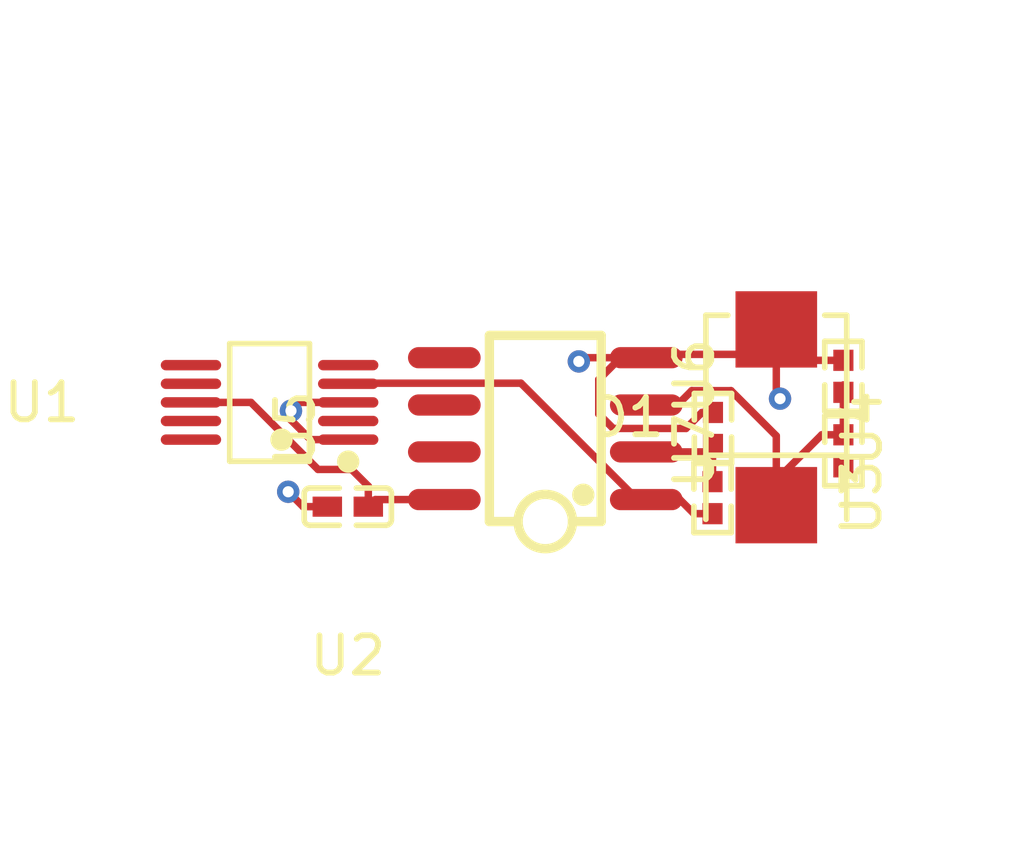
<source format=kicad_pcb>
(kicad_pcb (version 20240108) (generator "pcbnew") (generator_version "8.0")
  (layers (0 "F.Cu" signal) (31 "B.Cu" signal) (34 "B.Paste" user) (35 "F.Paste" user) (36 "B.SilkS" user "B.Silkscreen") (37 "F.SilkS" user "F.Silkscreen") (38 "B.Mask" user) (39 "F.Mask" user) (44 "Edge.Cuts" user))
  (net 0 "")
  (net 1 "amplifier.opamp.footprint.pins[5].net-net")
  (net 2 "line-2")
  (net 3 "amplifier.opamp.footprint.pins[6].net-net")
  (net 4 "adc-line-2")
  (net 5 "adc-line-4")
  (net 6 "line")
  (net 7 "gnd")
  (net 8 "line-1")
  (net 9 "adc-line-3")
  (net 10 "amplifier.opamp.footprint.pins[4].net-net")
  (net 11 "top")
  (net 12 "inverting_input")
  (net 13 "adc-line-1")
  (net 14 "output")
  (net 15 "hv")
  (footprint "atopile:R0402-56259e" (layer "F.Cu") (at 129.988342 109.558401 -90)
    (property "Reference" "U3" (at 0 -4 90) (layer "F.SilkS") (hide no))
    (property "Value" "1kΩ ±1% 62.5mW")
    (fp_line (start -0.94 0.5) (end -0.94 -0.5) (stroke (width 0.15)) (layer "F.SilkS"))
    (fp_line (start -0.23 0.5) (end -0.94 0.5) (stroke (width 0.15)) (layer "F.SilkS"))
    (fp_line (start 0.23 0.5) (end 0.94 0.5) (stroke (width 0.15)) (layer "F.SilkS"))
    (fp_line (start 0.94 0.5) (end 0.94 -0.5) (stroke (width 0.15)) (layer "F.SilkS"))
    (fp_line (start -0.94 -0.5) (end -0.23 -0.5) (stroke (width 0.15)) (layer "F.SilkS"))
    (fp_line (start 0.94 -0.5) (end 0.23 -0.5) (stroke (width 0.15)) (layer "F.SilkS"))
    (fp_text user "${REFERENCE}" (at 0 -4 90) (layer "F.SilkS"))
    (pad "1" smd rect (at -0.43 0 270) (size 0.57 0.54) (layers "F.Cu" "F.Paste" "F.Mask") (net 12 "inverting_input"))
    (pad "2" smd rect (at 0.43 0 270) (size 0.57 0.54) (layers "F.Cu" "F.Paste" "F.Mask") (net 14 "output"))
  )
  (footprint "atopile:SMB_L4.6-W3.6-LS5.3-RD-330cb3" (layer "F.Cu") (at 131.7 107.4 90)
    (property "Reference" "D1" (at 0 -4 0) (layer "F.SilkS") (hide no))
    (property "Value" "")
    (fp_line (start -1.02 -1.89) (end -1.02 1.89) (stroke (width 0.15)) (layer "F.SilkS"))
    (fp_line (start -2.74 -1.89) (end 2.74 -1.89) (stroke (width 0.15)) (layer "F.SilkS"))
    (fp_line (start -2.74 1.89) (end 2.74 1.89) (stroke (width 0.15)) (layer "F.SilkS"))
    (fp_line (start 2.74 -1.89) (end 2.74 -1.3) (stroke (width 0.15)) (layer "F.SilkS"))
    (fp_line (start 2.74 1.89) (end 2.74 1.3) (stroke (width 0.15)) (layer "F.SilkS"))
    (fp_text user "${REFERENCE}" (at 0 -4 0) (layer "F.SilkS"))
    (pad "2" smd rect (at 2.36 0 90) (size 2.05 2.19) (layers "F.Cu" "F.Paste" "F.Mask") (net 7 "gnd"))
    (pad "1" smd rect (at -2.36 0 90) (size 2.05 2.19) (layers "F.Cu" "F.Paste" "F.Mask") (net 2 "line-2"))
  )
  (footprint "atopile:SOIC-8_L5.0-W4.0-P1.27-LS6.0-BL-294f77" (layer "F.Cu") (at 125.5 107.7 90)
    (property "Reference" "U5" (at 0 -6.71 90) (layer "F.SilkS") (hide no))
    (property "Value" "BW CMRR Ib Vos GBW Iout SR")
    (fp_line (start 2.5 -1.5) (end 2.5 1.5) (stroke (width 0.25)) (layer "F.SilkS"))
    (fp_line (start -2.5 -1.5) (end 2.5 -1.5) (stroke (width 0.25)) (layer "F.SilkS"))
    (fp_line (start -2.5 -1.5) (end -2.5 -0.73) (stroke (width 0.25)) (layer "F.SilkS"))
    (fp_line (start -2.5 1.5) (end -2.5 0.73) (stroke (width 0.25)) (layer "F.SilkS"))
    (fp_line (start -2.5 1.5) (end 2.5 1.5) (stroke (width 0.25)) (layer "F.SilkS"))
    (fp_arc (start -2.48726 -0.729889) (mid -2.50635 0.729972) (end -2.5 -0.73) (stroke (width 0.25)) (layer "F.SilkS"))
    (fp_circle (center -1.78 1.02) (end -1.63 1.02) (stroke (width 0.3)) (fill none) (layer "F.SilkS"))
    (fp_text user "${REFERENCE}" (at 0 -6.71 90) (layer "F.SilkS"))
    (pad "1" smd oval (at -1.91 2.71 90) (size 0.57 1.95) (layers "F.Cu" "F.Paste" "F.Mask") (net 14 "output"))
    (pad "2" smd oval (at -0.63 2.71 90) (size 0.57 1.95) (layers "F.Cu" "F.Paste" "F.Mask") (net 12 "inverting_input"))
    (pad "3" smd oval (at 0.63 2.71 90) (size 0.57 1.95) (layers "F.Cu" "F.Paste" "F.Mask") (net 2 "line-2"))
    (pad "4" smd oval (at 1.9 2.71 90) (size 0.57 1.95) (layers "F.Cu" "F.Paste" "F.Mask") (net 7 "gnd"))
    (pad "5" smd oval (at 1.9 -2.71 90) (size 0.57 1.95) (layers "F.Cu" "F.Paste" "F.Mask") (net 10 "amplifier.opamp.footprint.pins[4].net-net"))
    (pad "6" smd oval (at 0.63 -2.71 90) (size 0.57 1.95) (layers "F.Cu" "F.Paste" "F.Mask") (net 1 "amplifier.opamp.footprint.pins[5].net-net"))
    (pad "7" smd oval (at -0.63 -2.71 90) (size 0.57 1.95) (layers "F.Cu" "F.Paste" "F.Mask") (net 3 "amplifier.opamp.footprint.pins[6].net-net"))
    (pad "8" smd oval (at -1.91 -2.71 90) (size 0.57 1.95) (layers "F.Cu" "F.Paste" "F.Mask") (net 15 "hv"))
  )
  (footprint "atopile:R0402-56259e" (layer "F.Cu") (at 130 107.7 -90)
    (property "Reference" "U4" (at 0 -4 90) (layer "F.SilkS") (hide no))
    (property "Value" "1kΩ ±1% 62.5mW")
    (fp_line (start -0.94 0.5) (end -0.94 -0.5) (stroke (width 0.15)) (layer "F.SilkS"))
    (fp_line (start -0.23 0.5) (end -0.94 0.5) (stroke (width 0.15)) (layer "F.SilkS"))
    (fp_line (start 0.23 0.5) (end 0.94 0.5) (stroke (width 0.15)) (layer "F.SilkS"))
    (fp_line (start 0.94 0.5) (end 0.94 -0.5) (stroke (width 0.15)) (layer "F.SilkS"))
    (fp_line (start -0.94 -0.5) (end -0.23 -0.5) (stroke (width 0.15)) (layer "F.SilkS"))
    (fp_line (start 0.94 -0.5) (end 0.23 -0.5) (stroke (width 0.15)) (layer "F.SilkS"))
    (fp_text user "${REFERENCE}" (at 0 -4 90) (layer "F.SilkS"))
    (pad "1" smd rect (at -0.43 0 270) (size 0.57 0.54) (layers "F.Cu" "F.Paste" "F.Mask") (net 7 "gnd"))
    (pad "2" smd rect (at 0.43 0 270) (size 0.57 0.54) (layers "F.Cu" "F.Paste" "F.Mask") (net 12 "inverting_input"))
  )
  (footprint "atopile:R0402-56259e" (layer "F.Cu") (at 133.5 108.3 90)
    (property "Reference" "U7" (at 0 -4 90) (layer "F.SilkS") (hide no))
    (property "Value" "1kΩ ±1% 62.5mW")
    (fp_line (start 0.94 -0.5) (end 0.23 -0.5) (stroke (width 0.15)) (layer "F.SilkS"))
    (fp_line (start -0.94 -0.5) (end -0.23 -0.5) (stroke (width 0.15)) (layer "F.SilkS"))
    (fp_line (start 0.94 0.5) (end 0.94 -0.5) (stroke (width 0.15)) (layer "F.SilkS"))
    (fp_line (start 0.23 0.5) (end 0.94 0.5) (stroke (width 0.15)) (layer "F.SilkS"))
    (fp_line (start -0.23 0.5) (end -0.94 0.5) (stroke (width 0.15)) (layer "F.SilkS"))
    (fp_line (start -0.94 0.5) (end -0.94 -0.5) (stroke (width 0.15)) (layer "F.SilkS"))
    (fp_text user "${REFERENCE}" (at 0 -4 90) (layer "F.SilkS"))
    (pad "1" smd rect (at -0.43 0 90) (size 0.57 0.54) (layers "F.Cu" "F.Paste" "F.Mask") (net 11 "top"))
    (pad "2" smd rect (at 0.43 0 90) (size 0.57 0.54) (layers "F.Cu" "F.Paste" "F.Mask") (net 2 "line-2"))
  )
  (footprint "atopile:R0402-56259e" (layer "F.Cu") (at 133.5 106.3 90)
    (property "Reference" "U6" (at 0 -4 90) (layer "F.SilkS") (hide no))
    (property "Value" "1kΩ ±1% 62.5mW")
    (fp_line (start 0.94 -0.5) (end 0.23 -0.5) (stroke (width 0.15)) (layer "F.SilkS"))
    (fp_line (start -0.94 -0.5) (end -0.23 -0.5) (stroke (width 0.15)) (layer "F.SilkS"))
    (fp_line (start 0.94 0.5) (end 0.94 -0.5) (stroke (width 0.15)) (layer "F.SilkS"))
    (fp_line (start 0.23 0.5) (end 0.94 0.5) (stroke (width 0.15)) (layer "F.SilkS"))
    (fp_line (start -0.23 0.5) (end -0.94 0.5) (stroke (width 0.15)) (layer "F.SilkS"))
    (fp_line (start -0.94 0.5) (end -0.94 -0.5) (stroke (width 0.15)) (layer "F.SilkS"))
    (fp_text user "${REFERENCE}" (at 0 -4 90) (layer "F.SilkS"))
    (pad "1" smd rect (at -0.43 0 90) (size 0.57 0.54) (layers "F.Cu" "F.Paste" "F.Mask") (net 2 "line-2"))
    (pad "2" smd rect (at 0.43 0 90) (size 0.57 0.54) (layers "F.Cu" "F.Paste" "F.Mask") (net 7 "gnd"))
  )
  (footprint "atopile:MSOP-10_L3.0-W3.0-P0.50-LS5.0-BL-752175" (layer "F.Cu") (at 118.1 107 90)
    (property "Reference" "U1" (at 0 -6.109999999999999 0) (layer "F.SilkS") (hide no))
    (property "Value" "")
    (fp_line (start -1.58 1.07) (end -1.58 -1.07) (stroke (width 0.15)) (layer "F.SilkS"))
    (fp_line (start -1.58 -1.07) (end 1.58 -1.07) (stroke (width 0.15)) (layer "F.SilkS"))
    (fp_line (start 1.58 -1.07) (end 1.58 1.07) (stroke (width 0.15)) (layer "F.SilkS"))
    (fp_line (start 1.58 1.07) (end -1.58 1.07) (stroke (width 0.15)) (layer "F.SilkS"))
    (fp_circle (center -1 0.32) (end -0.85 0.32) (stroke (width 0.3)) (fill none) (layer "F.SilkS"))
    (fp_circle (center -1.59 2.11) (end -1.44 2.11) (stroke (width 0.3)) (fill none) (layer "F.SilkS"))
    (fp_text user "${REFERENCE}" (at 0 -6.109999999999999 0) (layer "F.SilkS"))
    (pad "1" smd oval (at -1 2.11 90) (size 0.28 1.62) (layers "F.Cu" "F.Paste" "F.Mask") (net 7 "gnd"))
    (pad "2" smd oval (at -0.5 2.11 90) (size 0.28 1.62) (layers "F.Cu" "F.Paste" "F.Mask") (net 9 "adc-line-3"))
    (pad "3" smd oval (at 0 2.11 90) (size 0.28 1.62) (layers "F.Cu" "F.Paste" "F.Mask") (net 7 "gnd"))
    (pad "4" smd oval (at 0.5 2.11 90) (size 0.28 1.62) (layers "F.Cu" "F.Paste" "F.Mask") (net 14 "output"))
    (pad "5" smd oval (at 1 2.11 90) (size 0.28 1.62) (layers "F.Cu" "F.Paste" "F.Mask") (net 5 "adc-line-4"))
    (pad "10" smd oval (at -1 -2.11 90) (size 0.28 1.62) (layers "F.Cu" "F.Paste" "F.Mask") (net 8 "line-1"))
    (pad "9" smd oval (at -0.5 -2.11 90) (size 0.28 1.62) (layers "F.Cu" "F.Paste" "F.Mask") (net 6 "line"))
    (pad "8" smd oval (at 0 -2.11 90) (size 0.28 1.62) (layers "F.Cu" "F.Paste" "F.Mask") (net 15 "hv"))
    (pad "7" smd oval (at 0.5 -2.11 90) (size 0.28 1.62) (layers "F.Cu" "F.Paste" "F.Mask") (net 13 "adc-line-1"))
    (pad "6" smd oval (at 1 -2.11 90) (size 0.28 1.62) (layers "F.Cu" "F.Paste" "F.Mask") (net 4 "adc-line-2"))
  )
  (footprint "atopile:C0402-b3ef17" (layer "F.Cu") (at 120.2 109.8 180)
    (property "Reference" "U2" (at 0 -4 0) (layer "F.SilkS") (hide no))
    (property "Value" "1µF ±10% 25V X5R")
    (fp_line (start 1.17 0.35) (end 1.17 -0.35) (stroke (width 0.15)) (layer "F.SilkS"))
    (fp_line (start 1.02 -0.5) (end 0.23 -0.5) (stroke (width 0.15)) (layer "F.SilkS"))
    (fp_line (start 0.23 0.5) (end 1.02 0.5) (stroke (width 0.15)) (layer "F.SilkS"))
    (fp_line (start -0.23 0.5) (end -1.02 0.5) (stroke (width 0.15)) (layer "F.SilkS"))
    (fp_line (start -1.02 -0.5) (end -0.23 -0.5) (stroke (width 0.15)) (layer "F.SilkS"))
    (fp_line (start -1.17 0.35) (end -1.17 -0.35) (stroke (width 0.15)) (layer "F.SilkS"))
    (fp_arc (start 1.17 0.35) (mid 1.126066 0.456066) (end 1.02 0.5) (stroke (width 0.15)) (layer "F.SilkS"))
    (fp_arc (start 1.02 -0.5) (mid 1.126066 -0.456066) (end 1.17 -0.35) (stroke (width 0.15)) (layer "F.SilkS"))
    (fp_arc (start -1.02 0.5) (mid -1.126066 0.456066) (end -1.17 0.35) (stroke (width 0.15)) (layer "F.SilkS"))
    (fp_arc (start -1.17 -0.35) (mid -1.126066 -0.456066) (end -1.02 -0.5) (stroke (width 0.15)) (layer "F.SilkS"))
    (fp_text user "${REFERENCE}" (at 0 -4 0) (layer "F.SilkS"))
    (pad "1" smd rect (at -0.55 0 180) (size 0.79 0.54) (layers "F.Cu" "F.Paste" "F.Mask") (net 15 "hv"))
    (pad "2" smd rect (at 0.55 0 180) (size 0.79 0.54) (layers "F.Cu" "F.Paste" "F.Mask") (net 7 "gnd"))
  )
  (via (at 131.8 106.9) (size 0.6) (drill 0.3) (net 7) (layers "F.Cu" "B.Cu"))
  (via (at 126.4 105.9) (size 0.6) (drill 0.3) (net 7) (layers "F.Cu" "B.Cu"))
  (via (at 118.674265 107.225735) (size 0.6) (drill 0.3) (net 7) (layers "F.Cu" "B.Cu"))
  (via (at 118.6 109.4) (size 0.6) (drill 0.3) (net 7) (layers "F.Cu" "B.Cu"))
  (segment (start 129.43 106.685) (end 130.485 106.685) (width 0.2) (layer "F.Cu") (net 2))
  (segment (start 130.485 106.685) (end 131.7 107.9) (width 0.2) (layer "F.Cu") (net 2))
  (segment (start 131.7 107.9) (end 131.7 109.09) (width 0.2) (layer "F.Cu") (net 2))
  (segment (start 129.074814 107.040186) (end 129.43 106.685) (width 0.2) (layer "F.Cu") (net 2))
  (segment (start 133.5 106.53) (end 133.5 107.87) (width 0.2) (layer "F.Cu") (net 2))
  (segment (start 128.21 107.07) (end 128.239814 107.040186) (width 0.2) (layer "F.Cu") (net 2))
  (segment (start 133.5 107.87) (end 132.92 107.87) (width 0.2) (layer "F.Cu") (net 2))
  (segment (start 128.239814 107.040186) (end 129.074814 107.040186) (width 0.2) (layer "F.Cu") (net 2))
  (segment (start 132.92 107.87) (end 131.7 109.09) (width 0.2) (layer "F.Cu") (net 2))
  (segment (start 131.7 106.8) (end 131.8 106.9) (width 0.2) (layer "F.Cu") (net 7))
  (segment (start 129.275 107.7) (end 129.705 107.27) (width 0.2) (layer "F.Cu") (net 7))
  (segment (start 119.2 108) (end 118.674265 107.474265) (width 0.2) (layer "F.Cu") (net 7))
  (segment (start 129.705 107.27) (end 130 107.27) (width 0.2) (layer "F.Cu") (net 7))
  (segment (start 128.3 105.71) (end 128.21 105.8) (width 0.2) (layer "F.Cu") (net 7))
  (segment (start 118.9 107) (end 118.674265 107.225735) (width 0.2) (layer "F.Cu") (net 7))
  (segment (start 120.21 107) (end 118.9 107) (width 0.2) (layer "F.Cu") (net 7))
  (segment (start 126.935 106.385) (end 126.935 107.312315) (width 0.2) (layer "F.Cu") (net 7))
  (segment (start 126.935 107.312315) (end 127.322685 107.7) (width 0.2) (layer "F.Cu") (net 7))
  (segment (start 131.1 105.71) (end 128.3 105.71) (width 0.2) (layer "F.Cu") (net 7))
  (segment (start 127.322685 107.7) (end 129.275 107.7) (width 0.2) (layer "F.Cu") (net 7))
  (segment (start 127.52 105.8) (end 126.935 106.385) (width 0.2) (layer "F.Cu") (net 7))
  (segment (start 133.5 105.87) (end 131.86 105.87) (width 0.2) (layer "F.Cu") (net 7))
  (segment (start 128.21 105.8) (end 127.52 105.8) (width 0.2) (layer "F.Cu") (net 7))
  (segment (start 118.674265 107.474265) (end 118.674265 107.225735) (width 0.2) (layer "F.Cu") (net 7))
  (segment (start 131.7 105.71) (end 131.7 106.8) (width 0.2) (layer "F.Cu") (net 7))
  (segment (start 128.21 105.8) (end 126.5 105.8) (width 0.2) (layer "F.Cu") (net 7))
  (segment (start 119 109.8) (end 118.6 109.4) (width 0.2) (layer "F.Cu") (net 7))
  (segment (start 120.21 108) (end 119.2 108) (width 0.2) (layer "F.Cu") (net 7))
  (segment (start 131.86 105.87) (end 131.7 105.71) (width 0.2) (layer "F.Cu") (net 7))
  (segment (start 119.65 109.8) (end 119 109.8) (width 0.2) (layer "F.Cu") (net 7))
  (segment (start 126.5 105.8) (end 126.4 105.9) (width 0.2) (layer "F.Cu") (net 7))
  (segment (start 129.988342 108.141658) (end 130 108.13) (width 0.2) (layer "F.Cu") (net 12))
  (segment (start 129.8 108.33) (end 130 108.13) (width 0.2) (layer "F.Cu") (net 12))
  (segment (start 129.988342 109.128401) (end 129.988342 108.141658) (width 0.2) (layer "F.Cu") (net 12))
  (segment (start 128.21 108.33) (end 129.8 108.33) (width 0.2) (layer "F.Cu") (net 12))
  (segment (start 120.225 106.485) (end 124.847685 106.485) (width 0.2) (layer "F.Cu") (net 14))
  (segment (start 129.111228 109.61) (end 129.489629 109.988401) (width 0.2) (layer "F.Cu") (net 14))
  (segment (start 129.489629 109.988401) (end 129.988342 109.988401) (width 0.2) (layer "F.Cu") (net 14))
  (segment (start 120.21 106.5) (end 120.225 106.485) (width 0.2) (layer "F.Cu") (net 14))
  (segment (start 127.972685 109.61) (end 128.21 109.61) (width 0.2) (layer "F.Cu") (net 14))
  (segment (start 128.21 109.61) (end 129.111228 109.61) (width 0.2) (layer "F.Cu") (net 14))
  (segment (start 124.847685 106.485) (end 127.972685 109.61) (width 0.2) (layer "F.Cu") (net 14))
  (segment (start 117.6 107) (end 119.4 108.8) (width 0.2) (layer "F.Cu") (net 15))
  (segment (start 122.79 109.61) (end 120.94 109.61) (width 0.2) (layer "F.Cu") (net 15))
  (segment (start 120.75 109.25) (end 120.75 109.8) (width 0.2) (layer "F.Cu") (net 15))
  (segment (start 119.4 108.8) (end 120.3 108.8) (width 0.2) (layer "F.Cu") (net 15))
  (segment (start 115.99 107) (end 117.6 107) (width 0.2) (layer "F.Cu") (net 15))
  (segment (start 120.94 109.61) (end 120.75 109.8) (width 0.2) (layer "F.Cu") (net 15))
  (segment (start 120.3 108.8) (end 120.75 109.25) (width 0.2) (layer "F.Cu") (net 15))
)
</source>
